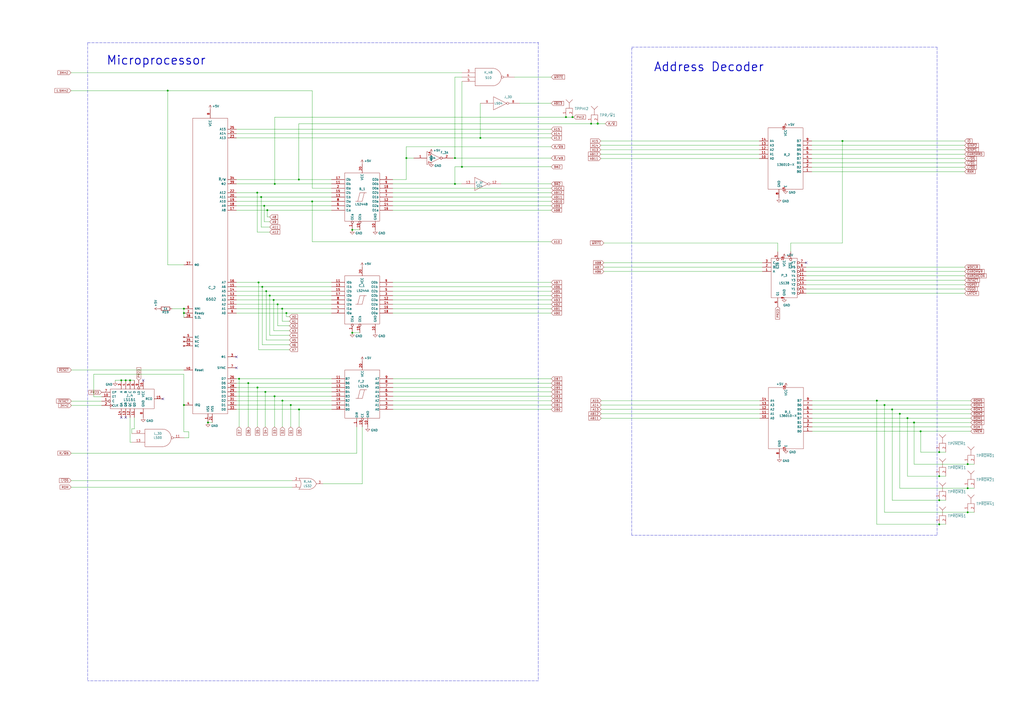
<source format=kicad_sch>
(kicad_sch (version 20211123) (generator eeschema)
  (paper "A2")
  (junction (at 521.97 240.03))
  (junction (at 106.68 181.61))
  (junction (at 346.71 71.628))
  (junction (at 346.71 71.755))
  (junction (at 97.282 52.578))
  (junction (at 488.696 81.788))
  (junction (at 561.34 297.18))
  (junction (at 152.146 166.37))
  (junction (at 70.358 220.599))
  (junction (at 153.289 119.38))
  (junction (at 544.83 262.255))
  (junction (at 159.258 229.87))
  (junction (at 263.906 91.694))
  (junction (at 561.34 269.24))
  (junction (at 263.906 106.68))
  (junction (at 235.712 91.694))
  (junction (at 173.482 237.49))
  (junction (at 534.035 250.19))
  (junction (at 138.684 219.71))
  (junction (at 530.225 245.11))
  (junction (at 149.352 224.79))
  (junction (at 156.464 171.45))
  (junction (at 144.018 222.25))
  (junction (at 154.432 168.91))
  (junction (at 158.75 173.99))
  (junction (at 155.067 121.92))
  (junction (at 508.635 232.41))
  (junction (at 106.68 234.95))
  (junction (at 120.65 245.11))
  (junction (at 151.511 114.3))
  (junction (at 526.415 242.57))
  (junction (at 517.525 237.49))
  (junction (at 204.343 193.04))
  (junction (at 173.355 104.14))
  (junction (at 72.898 220.599))
  (junction (at 106.68 179.07))
  (junction (at 267.97 96.774))
  (junction (at 544.83 290.195))
  (junction (at 332.105 67.945))
  (junction (at 544.83 276.225))
  (junction (at 513.08 234.95))
  (junction (at 166.116 181.61))
  (junction (at 278.638 80.01))
  (junction (at 161.036 176.53))
  (junction (at 342.9 71.755))
  (junction (at 149.987 163.83))
  (junction (at 561.34 283.21))
  (junction (at 75.438 220.599))
  (junction (at 168.656 234.95))
  (junction (at 153.924 227.33))
  (junction (at 181.102 116.84))
  (junction (at 544.83 304.165))
  (junction (at 328.295 67.945))
  (junction (at 204.343 133.35))
  (junction (at 149.225 111.76))
  (junction (at 163.703 179.07))
  (junction (at 159.385 106.68))
  (junction (at 163.83 232.41))
  (no_connect (at 72.898 242.189))
  (no_connect (at 70.358 242.189))
  (no_connect (at 467.614 152.4))
  (no_connect (at 94.488 231.394))
  (no_connect (at 83.058 220.599))
  (no_connect (at 137.16 213.36))
  (no_connect (at 137.16 207.01))
  (wire (pts (xy 138.684 219.71) (xy 138.684 247.65)))
  (wire (pts (xy 137.16 171.45) (xy 156.464 171.45)))
  (wire (pts (xy 106.68 179.07) (xy 106.68 181.61)))
  (wire (pts (xy 41.402 235.204) (xy 58.928 235.204)))
  (wire (pts (xy 167.894 200.025) (xy 152.146 200.025)))
  (wire (pts (xy 530.225 245.11) (xy 530.225 269.24)))
  (wire (pts (xy 158.75 191.77) (xy 158.75 173.99)))
  (wire (pts (xy 161.036 176.53) (xy 192.278 176.53)))
  (wire (pts (xy 488.696 81.788) (xy 559.562 81.788)))
  (wire (pts (xy 77.978 248.793) (xy 76.454 248.793)))
  (wire (pts (xy 227.838 116.84) (xy 319.786 116.84)))
  (wire (pts (xy 154.432 168.91) (xy 192.278 168.91)))
  (wire (pts (xy 66.802 220.599) (xy 66.802 221.234)))
  (wire (pts (xy 137.16 119.38) (xy 153.289 119.38)))
  (wire (pts (xy 181.102 116.84) (xy 192.278 116.84)))
  (wire (pts (xy 470.916 91.948) (xy 559.562 91.948)))
  (wire (pts (xy 544.83 262.255) (xy 534.035 262.255)))
  (wire (pts (xy 521.97 240.03) (xy 521.97 283.21)))
  (wire (pts (xy 41.402 232.664) (xy 58.928 232.664)))
  (wire (pts (xy 440.436 84.328) (xy 348.488 84.328)))
  (wire (pts (xy 137.16 111.76) (xy 149.225 111.76)))
  (wire (pts (xy 181.102 109.22) (xy 181.102 52.578)))
  (wire (pts (xy 227.965 222.25) (xy 319.786 222.25)))
  (wire (pts (xy 155.067 125.857) (xy 155.067 121.92)))
  (wire (pts (xy 137.16 173.99) (xy 158.75 173.99)))
  (wire (pts (xy 544.83 276.225) (xy 526.415 276.225)))
  (wire (pts (xy 470.916 89.408) (xy 559.562 89.408)))
  (wire (pts (xy 149.352 224.79) (xy 192.405 224.79)))
  (wire (pts (xy 440.69 242.57) (xy 348.742 242.57)))
  (wire (pts (xy 137.16 104.14) (xy 173.355 104.14)))
  (wire (pts (xy 167.894 197.231) (xy 154.432 197.231)))
  (wire (pts (xy 263.906 106.68) (xy 267.716 106.68)))
  (wire (pts (xy 227.838 111.76) (xy 319.786 111.76)))
  (wire (pts (xy 440.69 232.41) (xy 348.742 232.41)))
  (wire (pts (xy 41.148 52.578) (xy 97.282 52.578)))
  (wire (pts (xy 235.712 104.14) (xy 235.712 91.694)))
  (wire (pts (xy 159.258 229.87) (xy 192.405 229.87)))
  (wire (pts (xy 442.214 152.4) (xy 350.266 152.4)))
  (wire (pts (xy 187.325 280.67) (xy 210.185 280.67)))
  (wire (pts (xy 137.16 114.3) (xy 151.511 114.3)))
  (wire (pts (xy 235.712 91.694) (xy 240.03 91.694)))
  (wire (pts (xy 54.356 230.124) (xy 54.356 217.17)))
  (polyline (pts (xy 366.395 27.94) (xy 367.03 27.94)))
  (wire (pts (xy 267.97 42.164) (xy 41.148 42.164)))
  (wire (pts (xy 517.525 237.49) (xy 563.118 237.49)))
  (wire (pts (xy 278.638 59.944) (xy 278.638 80.01)))
  (wire (pts (xy 137.16 116.84) (xy 181.102 116.84)))
  (wire (pts (xy 156.464 128.651) (xy 153.289 128.651)))
  (wire (pts (xy 163.83 232.41) (xy 192.405 232.41)))
  (wire (pts (xy 204.343 133.35) (xy 208.788 133.35)))
  (wire (pts (xy 204.343 193.04) (xy 208.788 193.04)))
  (wire (pts (xy 153.924 227.33) (xy 192.405 227.33)))
  (wire (pts (xy 137.16 222.25) (xy 144.018 222.25)))
  (wire (pts (xy 227.965 234.95) (xy 319.786 234.95)))
  (wire (pts (xy 467.614 170.18) (xy 559.562 170.18)))
  (wire (pts (xy 41.275 278.765) (xy 169.545 278.765)))
  (polyline (pts (xy 312.166 24.511) (xy 312.166 394.716)))
  (wire (pts (xy 167.894 183.642) (xy 166.116 183.642)))
  (wire (pts (xy 75.438 220.599) (xy 77.978 220.599)))
  (wire (pts (xy 328.295 67.945) (xy 332.105 67.945)))
  (wire (pts (xy 149.987 202.819) (xy 149.987 163.83)))
  (wire (pts (xy 513.08 234.95) (xy 513.08 297.18)))
  (wire (pts (xy 467.614 160.02) (xy 559.562 160.02)))
  (wire (pts (xy 167.894 188.976) (xy 161.036 188.976)))
  (wire (pts (xy 227.838 163.83) (xy 319.786 163.83)))
  (wire (pts (xy 440.69 237.49) (xy 348.742 237.49)))
  (wire (pts (xy 471.17 245.11) (xy 530.225 245.11)))
  (polyline (pts (xy 50.8 24.765) (xy 312.42 24.765)))
  (wire (pts (xy 227.838 179.07) (xy 319.786 179.07)))
  (wire (pts (xy 156.464 194.564) (xy 156.464 171.45)))
  (wire (pts (xy 137.16 229.87) (xy 159.258 229.87)))
  (wire (pts (xy 267.97 44.704) (xy 263.906 44.704)))
  (wire (pts (xy 267.97 96.774) (xy 319.786 96.774)))
  (wire (pts (xy 159.258 229.87) (xy 159.258 247.65)))
  (polyline (pts (xy 366.395 27.305) (xy 543.56 27.305)))
  (wire (pts (xy 153.289 128.651) (xy 153.289 119.38)))
  (wire (pts (xy 181.102 116.84) (xy 181.102 140.208)))
  (wire (pts (xy 544.83 276.225) (xy 548.64 276.225)))
  (wire (pts (xy 263.906 44.704) (xy 263.906 91.694)))
  (wire (pts (xy 235.712 91.694) (xy 235.712 85.09)))
  (wire (pts (xy 137.16 121.92) (xy 155.067 121.92)))
  (wire (pts (xy 70.358 220.599) (xy 66.802 220.599)))
  (wire (pts (xy 163.703 179.07) (xy 192.278 179.07)))
  (wire (pts (xy 75.438 256.54) (xy 76.454 256.54)))
  (wire (pts (xy 440.436 81.788) (xy 348.488 81.788)))
  (wire (pts (xy 109.474 250.444) (xy 109.474 254)))
  (wire (pts (xy 137.16 166.37) (xy 152.146 166.37)))
  (wire (pts (xy 471.17 247.65) (xy 563.118 247.65)))
  (wire (pts (xy 227.838 166.37) (xy 319.786 166.37)))
  (wire (pts (xy 54.356 217.17) (xy 106.68 217.17)))
  (wire (pts (xy 451.104 146.05) (xy 451.104 140.97)))
  (wire (pts (xy 167.894 191.77) (xy 158.75 191.77)))
  (wire (pts (xy 138.684 219.71) (xy 192.405 219.71)))
  (wire (pts (xy 471.17 250.19) (xy 534.035 250.19)))
  (wire (pts (xy 137.16 234.95) (xy 168.656 234.95)))
  (wire (pts (xy 521.97 240.03) (xy 563.118 240.03)))
  (wire (pts (xy 144.018 222.25) (xy 144.018 247.65)))
  (wire (pts (xy 470.916 99.568) (xy 559.562 99.568)))
  (wire (pts (xy 526.415 242.57) (xy 526.415 276.225)))
  (wire (pts (xy 173.355 104.14) (xy 192.278 104.14)))
  (wire (pts (xy 58.928 230.124) (xy 54.356 230.124)))
  (wire (pts (xy 227.965 227.33) (xy 319.786 227.33)))
  (wire (pts (xy 227.965 232.41) (xy 319.786 232.41)))
  (wire (pts (xy 137.16 181.61) (xy 166.116 181.61)))
  (wire (pts (xy 517.525 237.49) (xy 517.525 290.195)))
  (wire (pts (xy 207.01 247.65) (xy 207.01 262.89)))
  (wire (pts (xy 350.266 140.97) (xy 451.104 140.97)))
  (wire (pts (xy 149.225 111.76) (xy 192.278 111.76)))
  (wire (pts (xy 76.454 248.793) (xy 76.454 251.46)))
  (wire (pts (xy 227.838 171.45) (xy 319.786 171.45)))
  (wire (pts (xy 544.83 304.165) (xy 508.635 304.165)))
  (wire (pts (xy 137.16 176.53) (xy 161.036 176.53)))
  (wire (pts (xy 167.894 202.819) (xy 149.987 202.819)))
  (wire (pts (xy 227.838 109.22) (xy 319.786 109.22)))
  (wire (pts (xy 153.924 227.33) (xy 153.924 247.65)))
  (polyline (pts (xy 543.56 310.515) (xy 366.395 310.515)))
  (wire (pts (xy 458.724 140.97) (xy 488.696 140.97)))
  (wire (pts (xy 342.9 71.755) (xy 346.71 71.755)))
  (wire (pts (xy 530.225 245.11) (xy 563.118 245.11)))
  (wire (pts (xy 155.067 121.92) (xy 192.278 121.92)))
  (wire (pts (xy 137.16 106.68) (xy 159.385 106.68)))
  (wire (pts (xy 263.906 96.774) (xy 267.97 96.774)))
  (wire (pts (xy 106.68 153.67) (xy 97.282 153.67)))
  (wire (pts (xy 137.16 168.91) (xy 154.432 168.91)))
  (wire (pts (xy 152.146 166.37) (xy 192.278 166.37)))
  (wire (pts (xy 166.116 183.642) (xy 166.116 181.61)))
  (wire (pts (xy 471.17 237.49) (xy 517.525 237.49)))
  (wire (pts (xy 154.432 197.231) (xy 154.432 168.91)))
  (wire (pts (xy 440.69 240.03) (xy 348.742 240.03)))
  (wire (pts (xy 41.275 262.89) (xy 207.01 262.89)))
  (wire (pts (xy 163.83 232.41) (xy 163.83 247.65)))
  (wire (pts (xy 227.838 119.38) (xy 319.786 119.38)))
  (wire (pts (xy 467.614 167.64) (xy 559.562 167.64)))
  (wire (pts (xy 77.978 242.189) (xy 77.978 248.793)))
  (wire (pts (xy 210.185 247.65) (xy 210.185 280.67)))
  (wire (pts (xy 470.916 86.868) (xy 559.562 86.868)))
  (wire (pts (xy 290.576 106.68) (xy 319.786 106.68)))
  (wire (pts (xy 227.965 237.49) (xy 319.786 237.49)))
  (wire (pts (xy 227.965 224.79) (xy 319.786 224.79)))
  (wire (pts (xy 298.45 44.704) (xy 319.786 44.704)))
  (wire (pts (xy 173.482 237.49) (xy 173.482 247.65)))
  (wire (pts (xy 106.68 217.17) (xy 106.68 234.95)))
  (polyline (pts (xy 543.56 27.305) (xy 543.56 310.515)))
  (wire (pts (xy 263.906 106.68) (xy 263.906 96.774)))
  (wire (pts (xy 137.16 163.83) (xy 149.987 163.83)))
  (wire (pts (xy 156.464 134.62) (xy 149.225 134.62)))
  (wire (pts (xy 561.34 269.24) (xy 530.225 269.24)))
  (wire (pts (xy 470.916 97.028) (xy 559.562 97.028)))
  (wire (pts (xy 301.498 59.944) (xy 319.786 59.944)))
  (wire (pts (xy 159.385 67.945) (xy 328.295 67.945)))
  (wire (pts (xy 181.102 140.208) (xy 319.786 140.208)))
  (wire (pts (xy 137.16 219.71) (xy 138.684 219.71)))
  (wire (pts (xy 227.838 168.91) (xy 319.786 168.91)))
  (wire (pts (xy 346.71 71.755) (xy 346.71 71.628)))
  (polyline (pts (xy 50.8 24.765) (xy 50.8 394.97)))
  (wire (pts (xy 72.898 220.599) (xy 75.438 220.599)))
  (wire (pts (xy 227.838 106.68) (xy 263.906 106.68)))
  (wire (pts (xy 227.838 176.53) (xy 319.786 176.53)))
  (wire (pts (xy 508.635 304.165) (xy 508.635 232.41)))
  (wire (pts (xy 106.68 181.61) (xy 106.68 184.15)))
  (wire (pts (xy 159.385 106.68) (xy 159.385 67.945)))
  (wire (pts (xy 526.415 242.57) (xy 563.118 242.57)))
  (wire (pts (xy 137.16 80.01) (xy 278.638 80.01)))
  (wire (pts (xy 137.16 179.07) (xy 163.703 179.07)))
  (wire (pts (xy 561.34 269.24) (xy 565.15 269.24)))
  (wire (pts (xy 508.635 232.41) (xy 563.118 232.41)))
  (wire (pts (xy 561.34 297.18) (xy 565.15 297.18)))
  (wire (pts (xy 149.225 134.62) (xy 149.225 111.76)))
  (wire (pts (xy 534.035 262.255) (xy 534.035 250.19)))
  (wire (pts (xy 152.146 200.025) (xy 152.146 166.37)))
  (wire (pts (xy 106.68 234.95) (xy 106.68 250.444)))
  (wire (pts (xy 440.436 86.868) (xy 348.488 86.868)))
  (wire (pts (xy 227.838 173.99) (xy 319.786 173.99)))
  (wire (pts (xy 163.703 186.309) (xy 163.703 179.07)))
  (wire (pts (xy 470.916 81.788) (xy 488.696 81.788)))
  (wire (pts (xy 440.436 91.948) (xy 348.488 91.948)))
  (wire (pts (xy 168.656 234.95) (xy 192.405 234.95)))
  (wire (pts (xy 440.69 234.95) (xy 348.742 234.95)))
  (wire (pts (xy 544.83 290.195) (xy 517.525 290.195)))
  (wire (pts (xy 351.155 71.755) (xy 346.71 71.755)))
  (wire (pts (xy 149.987 163.83) (xy 192.278 163.83)))
  (wire (pts (xy 173.355 71.755) (xy 173.355 104.14)))
  (wire (pts (xy 262.89 91.694) (xy 263.906 91.694)))
  (wire (pts (xy 235.712 85.09) (xy 319.786 85.09)))
  (wire (pts (xy 513.08 234.95) (xy 563.118 234.95)))
  (wire (pts (xy 544.83 304.165) (xy 548.64 304.165)))
  (wire (pts (xy 156.464 171.45) (xy 192.278 171.45)))
  (wire (pts (xy 161.036 188.976) (xy 161.036 176.53)))
  (wire (pts (xy 106.68 250.444) (xy 109.474 250.444)))
  (wire (pts (xy 173.482 237.49) (xy 192.405 237.49)))
  (wire (pts (xy 342.9 71.755) (xy 173.355 71.755)))
  (wire (pts (xy 227.838 114.3) (xy 319.786 114.3)))
  (wire (pts (xy 471.17 242.57) (xy 526.415 242.57)))
  (wire (pts (xy 467.614 165.1) (xy 559.562 165.1)))
  (wire (pts (xy 97.282 52.578) (xy 97.282 153.67)))
  (wire (pts (xy 144.018 222.25) (xy 192.405 222.25)))
  (wire (pts (xy 167.894 186.309) (xy 163.703 186.309)))
  (wire (pts (xy 97.282 52.578) (xy 181.102 52.578)))
  (wire (pts (xy 467.614 162.56) (xy 559.562 162.56)))
  (wire (pts (xy 470.916 84.328) (xy 559.562 84.328)))
  (wire (pts (xy 158.75 173.99) (xy 192.278 173.99)))
  (wire (pts (xy 106.68 214.63) (xy 41.402 214.63)))
  (wire (pts (xy 561.34 283.21) (xy 521.97 283.21)))
  (wire (pts (xy 227.838 181.61) (xy 319.786 181.61)))
  (wire (pts (xy 227.965 219.71) (xy 319.786 219.71)))
  (wire (pts (xy 227.965 229.87) (xy 319.786 229.87)))
  (wire (pts (xy 151.511 131.699) (xy 151.511 114.3)))
  (wire (pts (xy 159.385 106.68) (xy 192.278 106.68)))
  (wire (pts (xy 156.464 125.857) (xy 155.067 125.857)))
  (wire (pts (xy 167.894 194.564) (xy 156.464 194.564)))
  (wire (pts (xy 561.34 283.21) (xy 565.15 283.21)))
  (wire (pts (xy 467.614 157.48) (xy 559.562 157.48)))
  (wire (pts (xy 227.838 104.14) (xy 235.712 104.14)))
  (wire (pts (xy 153.289 119.38) (xy 192.278 119.38)))
  (wire (pts (xy 168.656 234.95) (xy 168.656 247.65)))
  (wire (pts (xy 70.358 220.599) (xy 72.898 220.599)))
  (wire (pts (xy 471.17 234.95) (xy 513.08 234.95)))
  (wire (pts (xy 227.838 121.92) (xy 319.786 121.92)))
  (wire (pts (xy 471.17 240.03) (xy 521.97 240.03)))
  (wire (pts (xy 106.68 179.07) (xy 99.822 179.07)))
  (wire (pts (xy 263.906 91.694) (xy 319.786 91.694)))
  (wire (pts (xy 137.16 77.47) (xy 319.786 77.47)))
  (wire (pts (xy 544.83 290.195) (xy 548.64 290.195)))
  (wire (pts (xy 137.16 227.33) (xy 153.924 227.33)))
  (wire (pts (xy 137.16 224.79) (xy 149.352 224.79)))
  (wire (pts (xy 151.511 114.3) (xy 192.278 114.3)))
  (wire (pts (xy 332.105 67.945) (xy 332.867 67.945)))
  (wire (pts (xy 149.352 224.79) (xy 149.352 247.65)))
  (wire (pts (xy 442.214 157.48) (xy 350.266 157.48)))
  (polyline (pts (xy 312.42 394.97) (xy 50.8 394.97)))
  (wire (pts (xy 137.16 232.41) (xy 163.83 232.41)))
  (wire (pts (xy 278.638 80.01) (xy 319.786 80.01)))
  (wire (pts (xy 75.438 242.189) (xy 75.438 256.54)))
  (wire (pts (xy 467.614 154.94) (xy 559.562 154.94)))
  (wire (pts (xy 109.474 254) (xy 106.934 254)))
  (wire (pts (xy 544.83 262.255) (xy 548.64 262.255)))
  (wire (pts (xy 534.035 250.19) (xy 563.118 250.19)))
  (polyline (pts (xy 366.395 310.515) (xy 366.395 27.94)))
  (wire (pts (xy 156.464 131.699) (xy 151.511 131.699)))
  (wire (pts (xy 470.916 94.488) (xy 559.562 94.488)))
  (wire (pts (xy 471.17 232.41) (xy 508.635 232.41)))
  (wire (pts (xy 267.97 47.244) (xy 267.97 96.774)))
  (wire (pts (xy 442.214 154.94) (xy 350.266 154.94)))
  (wire (pts (xy 458.724 146.05) (xy 458.724 140.97)))
  (wire (pts (xy 137.16 237.49) (xy 173.482 237.49)))
  (wire (pts (xy 192.278 109.22) (xy 181.102 109.22)))
  (wire (pts (xy 488.696 140.97) (xy 488.696 81.788)))
  (wire (pts (xy 137.16 74.93) (xy 319.786 74.93)))
  (wire (pts (xy 440.436 89.408) (xy 348.488 89.408)))
  (wire (pts (xy 120.65 245.11) (xy 123.19 245.11)))
  (wire (pts (xy 561.34 297.18) (xy 513.08 297.18)))
  (wire (pts (xy 166.116 181.61) (xy 192.278 181.61)))
  (wire (pts (xy 41.275 282.575) (xy 169.545 282.575)))
  (text "Microprocessor" (at 61.595 38.1 0) (effects (font (size 5.08 5.08) (thickness 0.508) bold) (justify left bottom)))
  (text "Address Decoder" (at 379.095 41.91 0) (effects (font (size 5.08 5.08) (thickness 0.508) bold) (justify left bottom)))
  (global_label "A5" (shape input) (at 167.894 197.231 0) (property "Intersheet References" "${INTERSHEET_REFS}" (effects hide)))
  (global_label "D4" (shape input) (at 153.924 247.65 270) (property "Intersheet References" "${INTERSHEET_REFS}" (effects hide)))
  (global_label "AB3" (shape input) (at 319.786 173.99 0) (property "Intersheet References" "${INTERSHEET_REFS}" (effects hide)))
  (global_label "A14" (shape input) (at 319.786 77.47 0) (property "Intersheet References" "${INTERSHEET_REFS}" (effects hide)))
  (global_label "3KHZ" (shape input) (at 41.402 235.204 180) (property "Intersheet References" "${INTERSHEET_REFS}" (effects hide)))
  (global_label "A12" (shape input) (at 156.464 134.62 0) (property "Intersheet References" "${INTERSHEET_REFS}" (effects hide)))
  (global_label "D6" (shape input) (at 144.018 247.65 270) (property "Intersheet References" "${INTERSHEET_REFS}" (effects hide)))
  (global_label "~{ROM4}" (shape input) (at 563.118 234.95 0) (property "Intersheet References" "${INTERSHEET_REFS}" (effects hide)))
  (global_label "AB5" (shape input) (at 319.786 168.91 0) (property "Intersheet References" "${INTERSHEET_REFS}" (effects hide)))
  (global_label "A4" (shape input) (at 167.894 194.564 0) (property "Intersheet References" "${INTERSHEET_REFS}" (effects hide)))
  (global_label "~{LATCH}" (shape input) (at 559.562 170.18 0) (property "Intersheet References" "${INTERSHEET_REFS}" (effects hide)))
  (global_label "~{AB13}" (shape input) (at 319.786 59.944 0) (property "Intersheet References" "${INTERSHEET_REFS}" (effects hide)))
  (global_label "A13" (shape input) (at 348.488 86.868 180) (property "Intersheet References" "${INTERSHEET_REFS}" (effects hide)))
  (global_label "AB2" (shape input) (at 319.786 176.53 0) (property "Intersheet References" "${INTERSHEET_REFS}" (effects hide)))
  (global_label "AB7" (shape input) (at 319.786 163.83 0) (property "Intersheet References" "${INTERSHEET_REFS}" (effects hide)))
  (global_label "D0" (shape input) (at 173.482 247.65 270) (property "Intersheet References" "${INTERSHEET_REFS}" (effects hide)))
  (global_label "D7" (shape input) (at 138.684 247.65 270) (property "Intersheet References" "${INTERSHEET_REFS}" (effects hide)))
  (global_label "~{ROM1}" (shape input) (at 563.118 242.57 0) (property "Intersheet References" "${INTERSHEET_REFS}" (effects hide)))
  (global_label "~{INTACT}" (shape input) (at 41.402 232.664 180) (property "Intersheet References" "${INTERSHEET_REFS}" (effects hide)))
  (global_label "D2" (shape input) (at 163.83 247.65 270) (property "Intersheet References" "${INTERSHEET_REFS}" (effects hide)))
  (global_label "~{INTACT}" (shape input) (at 559.562 162.56 0) (property "Intersheet References" "${INTERSHEET_REFS}" (effects hide)))
  (global_label "DB5" (shape input) (at 319.786 224.79 0) (property "Intersheet References" "${INTERSHEET_REFS}" (effects hide)))
  (global_label "3MHZ" (shape input) (at 41.148 42.164 180) (property "Intersheet References" "${INTERSHEET_REFS}" (effects hide)))
  (global_label "A15" (shape input) (at 319.786 74.93 0) (property "Intersheet References" "${INTERSHEET_REFS}" (effects hide)))
  (global_label "AB4" (shape input) (at 319.786 171.45 0) (property "Intersheet References" "${INTERSHEET_REFS}" (effects hide)))
  (global_label "AB8" (shape input) (at 350.266 152.4 180) (property "Intersheet References" "${INTERSHEET_REFS}" (effects hide)))
  (global_label "A14" (shape input) (at 348.742 234.95 180) (property "Intersheet References" "${INTERSHEET_REFS}" (effects hide)))
  (global_label "AB0" (shape input) (at 319.786 181.61 0) (property "Intersheet References" "${INTERSHEET_REFS}" (effects hide)))
  (global_label "A13" (shape input) (at 348.742 237.49 180) (property "Intersheet References" "${INTERSHEET_REFS}" (effects hide)))
  (global_label "AB11" (shape input) (at 348.742 242.57 180) (property "Intersheet References" "${INTERSHEET_REFS}" (effects hide)))
  (global_label "AB9" (shape input) (at 319.786 119.38 0) (property "Intersheet References" "${INTERSHEET_REFS}" (effects hide)))
  (global_label "A14" (shape input) (at 348.488 84.328 180) (property "Intersheet References" "${INTERSHEET_REFS}" (effects hide)))
  (global_label "A15" (shape input) (at 348.742 232.41 180) (property "Intersheet References" "${INTERSHEET_REFS}" (effects hide)))
  (global_label "PR23" (shape input) (at 80.518 220.599 90) (property "Intersheet References" "${INTERSHEET_REFS}" (effects hide)))
  (global_label "~{SINP1}" (shape input) (at 559.562 86.868 0) (property "Intersheet References" "${INTERSHEET_REFS}" (effects hide)))
  (global_label "AB6" (shape input) (at 350.266 157.48 180) (property "Intersheet References" "${INTERSHEET_REFS}" (effects hide)))
  (global_label "DB2" (shape input) (at 319.786 232.41 0) (property "Intersheet References" "${INTERSHEET_REFS}" (effects hide)))
  (global_label "VGCK" (shape input) (at 319.786 109.22 0) (property "Intersheet References" "${INTERSHEET_REFS}" (effects hide)))
  (global_label "A13" (shape input) (at 319.786 80.01 0) (property "Intersheet References" "${INTERSHEET_REFS}" (effects hide)))
  (global_label "R{slash}~{W}B" (shape input) (at 41.275 262.89 180) (property "Intersheet References" "${INTERSHEET_REFS}" (effects hide)))
  (global_label "~{I{slash}OS}" (shape input) (at 41.275 278.765 180) (property "Intersheet References" "${INTERSHEET_REFS}" (effects hide)))
  (global_label "D1" (shape input) (at 168.656 247.65 270) (property "Intersheet References" "${INTERSHEET_REFS}" (effects hide)))
  (global_label "A2" (shape input) (at 167.894 188.976 0) (property "Intersheet References" "${INTERSHEET_REFS}" (effects hide)))
  (global_label "A0" (shape input) (at 167.894 183.642 0) (property "Intersheet References" "${INTERSHEET_REFS}" (effects hide)))
  (global_label "A1" (shape input) (at 167.894 186.309 0) (property "Intersheet References" "${INTERSHEET_REFS}" (effects hide)))
  (global_label "~{VMEM}" (shape input) (at 563.118 250.19 0) (property "Intersheet References" "${INTERSHEET_REFS}" (effects hide)))
  (global_label "~{WRITE}" (shape input) (at 350.266 140.97 180) (property "Intersheet References" "${INTERSHEET_REFS}" (effects hide)))
  (global_label "~{ROM3}" (shape input) (at 563.118 237.49 0) (property "Intersheet References" "${INTERSHEET_REFS}" (effects hide)))
  (global_label "AB1" (shape input) (at 319.786 179.07 0) (property "Intersheet References" "${INTERSHEET_REFS}" (effects hide)))
  (global_label "~{RAM}" (shape input) (at 559.562 99.568 0) (property "Intersheet References" "${INTERSHEET_REFS}" (effects hide)))
  (global_label "R{slash}~{W}" (shape input) (at 351.155 71.755 0) (property "Intersheet References" "${INTERSHEET_REFS}" (effects hide)))
  (global_label "ROM" (shape input) (at 563.118 247.65 0) (property "Intersheet References" "${INTERSHEET_REFS}" (effects hide)))
  (global_label "R{slash}~{W}B" (shape input) (at 319.786 85.09 0) (property "Intersheet References" "${INTERSHEET_REFS}" (effects hide)))
  (global_label "~{WDCLR}" (shape input) (at 559.562 154.94 0) (property "Intersheet References" "${INTERSHEET_REFS}" (effects hide)))
  (global_label "~{I{slash}O1}" (shape input) (at 559.562 94.488 0) (property "Intersheet References" "${INTERSHEET_REFS}" (effects hide)))
  (global_label "AB7" (shape input) (at 350.266 154.94 180) (property "Intersheet References" "${INTERSHEET_REFS}" (effects hide)))
  (global_label "PR23" (shape input) (at 451.104 177.8 270) (property "Intersheet References" "${INTERSHEET_REFS}" (effects hide)))
  (global_label "DB6" (shape input) (at 319.786 222.25 0) (property "Intersheet References" "${INTERSHEET_REFS}" (effects hide)))
  (global_label "~{RESET}" (shape input) (at 41.402 214.63 180) (property "Intersheet References" "${INTERSHEET_REFS}" (effects hide)))
  (global_label "AB12" (shape input) (at 319.786 111.76 0) (property "Intersheet References" "${INTERSHEET_REFS}" (effects hide)))
  (global_label "~{VGRST}" (shape input) (at 559.562 165.1 0) (property "Intersheet References" "${INTERSHEET_REFS}" (effects hide)))
  (global_label "A3" (shape input) (at 167.894 191.77 0) (property "Intersheet References" "${INTERSHEET_REFS}" (effects hide)))
  (global_label "DB4" (shape input) (at 319.786 227.33 0) (property "Intersheet References" "${INTERSHEET_REFS}" (effects hide)))
  (global_label "A9" (shape input) (at 156.464 128.651 0) (property "Intersheet References" "${INTERSHEET_REFS}" (effects hide)))
  (global_label "D3" (shape input) (at 159.258 247.65 270) (property "Intersheet References" "${INTERSHEET_REFS}" (effects hide)))
  (global_label "DB0" (shape input) (at 319.786 237.49 0) (property "Intersheet References" "${INTERSHEET_REFS}" (effects hide)))
  (global_label "AB10" (shape input) (at 319.786 116.84 0) (property "Intersheet References" "${INTERSHEET_REFS}" (effects hide)))
  (global_label "DB7" (shape input) (at 319.786 219.71 0) (property "Intersheet References" "${INTERSHEET_REFS}" (effects hide)))
  (global_label "~{SINP2}" (shape input) (at 559.562 84.328 0) (property "Intersheet References" "${INTERSHEET_REFS}" (effects hide)))
  (global_label "AB6" (shape input) (at 319.786 166.37 0) (property "Intersheet References" "${INTERSHEET_REFS}" (effects hide)))
  (global_label "~{I{slash}OS}" (shape input) (at 559.562 91.948 0) (property "Intersheet References" "${INTERSHEET_REFS}" (effects hide)))
  (global_label "~{EAROMRD}" (shape input) (at 559.562 89.408 0) (property "Intersheet References" "${INTERSHEET_REFS}" (effects hide)))
  (global_label "AB11" (shape input) (at 319.786 114.3 0) (property "Intersheet References" "${INTERSHEET_REFS}" (effects hide)))
  (global_label "~{WRITE}" (shape input) (at 319.786 44.704 0) (property "Intersheet References" "${INTERSHEET_REFS}" (effects hide)))
  (global_label "~{I{slash}O0}" (shape input) (at 559.562 97.028 0) (property "Intersheet References" "${INTERSHEET_REFS}" (effects hide)))
  (global_label "AB11" (shape input) (at 348.488 91.948 180) (property "Intersheet References" "${INTERSHEET_REFS}" (effects hide)))
  (global_label "BΦ2" (shape input) (at 319.786 96.774 0) (property "Intersheet References" "${INTERSHEET_REFS}" (effects hide)))
  (global_label "~{BΦ2}" (shape input) (at 319.786 106.68 0) (property "Intersheet References" "${INTERSHEET_REFS}" (effects hide)))
  (global_label "~{ROM5}" (shape input) (at 563.118 232.41 0) (property "Intersheet References" "${INTERSHEET_REFS}" (effects hide)))
  (global_label "A8" (shape input) (at 156.464 125.857 0) (property "Intersheet References" "${INTERSHEET_REFS}" (effects hide)))
  (global_label "~{IO}" (shape input) (at 559.562 81.788 0) (property "Intersheet References" "${INTERSHEET_REFS}" (effects hide)))
  (global_label "~{ROM2}" (shape input) (at 563.118 240.03 0) (property "Intersheet References" "${INTERSHEET_REFS}" (effects hide)))
  (global_label "A6" (shape input) (at 167.894 200.025 0) (property "Intersheet References" "${INTERSHEET_REFS}" (effects hide)))
  (global_label "~{VGGO}" (shape input) (at 559.562 167.64 0) (property "Intersheet References" "${INTERSHEET_REFS}" (effects hide)))
  (global_label "AB12" (shape input) (at 348.742 240.03 180) (property "Intersheet References" "${INTERSHEET_REFS}" (effects hide)))
  (global_label "AB12" (shape input) (at 348.488 89.408 180) (property "Intersheet References" "${INTERSHEET_REFS}" (effects hide)))
  (global_label "A10" (shape input) (at 319.786 140.208 0) (property "Intersheet References" "${INTERSHEET_REFS}" (effects hide)))
  (global_label "A7" (shape input) (at 167.894 202.819 0) (property "Intersheet References" "${INTERSHEET_REFS}" (effects hide)))
  (global_label "A11" (shape input) (at 156.464 131.699 0) (property "Intersheet References" "${INTERSHEET_REFS}" (effects hide)))
  (global_label "PHI2" (shape input) (at 332.867 67.945 0) (property "Intersheet References" "${INTERSHEET_REFS}" (effects hide)))
  (global_label "~{EAROMCON}" (shape input) (at 559.562 160.02 0) (property "Intersheet References" "${INTERSHEET_REFS}" (effects hide)))
  (global_label "~{EAROMWR}" (shape input) (at 559.562 157.48 0) (property "Intersheet References" "${INTERSHEET_REFS}" (effects hide)))
  (global_label "1.5MHZ" (shape input) (at 41.148 52.578 180) (property "Intersheet References" "${INTERSHEET_REFS}" (effects hide)))
  (global_label "D5" (shape input) (at 149.352 247.65 270) (property "Intersheet References" "${INTERSHEET_REFS}" (effects hide)))
  (global_label "A15" (shape input) (at 348.488 81.788 180) (property "Intersheet References" "${INTERSHEET_REFS}" (effects hide)))
  (global_label "~{ROM0}" (shape input) (at 563.118 245.11 0) (property "Intersheet References" "${INTERSHEET_REFS}" (effects hide)))
  (global_label "DB1" (shape input) (at 319.786 234.95 0) (property "Intersheet References" "${INTERSHEET_REFS}" (effects hide)))
  (global_label "AB8" (shape input) (at 319.786 121.92 0) (property "Intersheet References" "${INTERSHEET_REFS}" (effects hide)))
  (global_label "~{R}{slash}WB" (shape input) (at 319.786 91.694 0) (property "Intersheet References" "${INTERSHEET_REFS}" (effects hide)))
  (global_label "ROM" (shape input) (at 41.275 282.575 180) (property "Intersheet References" "${INTERSHEET_REFS}" (effects hide)))
  (global_label "PR23" (shape input) (at 58.928 227.584 180) (property "Intersheet References" "${INTERSHEET_REFS}" (effects hide)))
  (global_label "DB3" (shape input) (at 319.786 229.87 0) (property "Intersheet References" "${INTERSHEET_REFS}" (effects hide)))
  (symbol (lib_id "quantum_arcade_pcb:LS138") (at 454.914 161.29 0) (unit 1)
    (property "Reference" "P_3" (at 453.136 159.766 0) (effects (justify left)))
    (property "Value" "LS138" (at 451.866 164.211 0) (effects (justify left)))
  )
  (symbol (lib_id "power:+5V") (at 210.058 95.25 0) (unit 1)
    (property "Reference" "#PWR0275" (effects hide))
    (property "Value" "+5V" (at 213.233 93.345 0))
  )
  (symbol (lib_id "atari_grav_bw:136010-X") (at 455.93 242.57 0) (unit 1)
    (property "Reference" "R_1" (at 455.168 239.014 0) (effects (justify left)))
    (property "Value" "136010-X" (at 451.993 241.173 0) (effects (justify left)))
  )
  (symbol (lib_id "power:GND") (at 204.343 193.04 0) (unit 1)
    (property "Reference" "#PWR0269" (effects hide))
    (property "Value" "GND" (at 208.153 194.945 0))
  )
  (symbol (lib_id "power:GND") (at 452.12 265.43 0) (unit 1)
    (property "Reference" "#PWR0286" (effects hide))
    (property "Value" "GND" (at 455.93 267.335 0))
  )
  (symbol (lib_id "power:GND") (at 451.866 114.808 0) (unit 1)
    (property "Reference" "#PWR0287" (effects hide))
    (property "Value" "GND" (at 455.676 116.713 0))
  )
  (symbol (lib_id "atari_grav_bw:TP") (at 344.805 66.675 0) (unit 1)
    (property "Reference" "TPR/~{W}1" (at 347.8276 66.8782 0) (effects (font (size 1.524 1.524)) (justify left)))
    (property "Value" "TP" (effects hide))
  )
  (symbol (lib_id "power:GND") (at 455.676 109.728 0) (unit 1)
    (property "Reference" "#PWR0446" (effects hide))
    (property "Value" "GND" (at 459.486 111.633 0))
  )
  (symbol (lib_id "atari_grav_bw:LS04") (at 251.46 91.694 0) (unit 1)
    (property "Reference" "F_3" (at 257.81 88.519 0))
    (property "Value" "S04" (at 250.825 91.694 0))
    (property "Footprint" "Star_Wars_Vector_PCB:DIP14" (effects hide))
  )
  (symbol (lib_id "atari_grav_bw:TP") (at 563.245 292.1 0) (unit 1)
    (property "Reference" "TP~{ROM4}1" (at 566.2676 292.3032 0) (effects (font (size 1.524 1.524)) (justify left)))
    (property "Value" "TP" (effects hide))
  )
  (symbol (lib_id "atari_grav_bw:LS245") (at 210.185 228.6 0) (unit 1)
    (property "Reference" "F_2" (at 207.772 221.2529 0) (effects (justify left)))
    (property "Value" "LS245" (at 207.772 224.028 0) (effects (justify left)))
    (property "Footprint" "Star_Wars_Vector_PCB:DIP20" (effects hide))
  )
  (symbol (lib_id "power:GND") (at 204.343 133.35 0) (unit 1)
    (property "Reference" "#PWR0277" (effects hide))
    (property "Value" "GND" (at 208.153 135.255 0))
  )
  (symbol (lib_id "power:+5V") (at 454.914 149.86 0) (unit 1)
    (property "Reference" "#PWR0288" (effects hide))
    (property "Value" "+5V" (at 458.089 147.955 0))
  )
  (symbol (lib_id "power:GND") (at 83.058 242.189 0) (unit 1)
    (property "Reference" "#PWR0271" (effects hide))
    (property "Value" "GND" (at 86.868 244.094 0))
  )
  (symbol (lib_id "power:GND") (at 455.93 260.35 0) (unit 1)
    (property "Reference" "#PWR0284" (effects hide))
    (property "Value" "GND" (at 459.74 262.255 0))
  )
  (symbol (lib_id "atari_grav_bw:TP") (at 546.735 271.145 0) (unit 1)
    (property "Reference" "TP~{ROM1}1" (at 549.7576 271.3482 0) (effects (font (size 1.524 1.524)) (justify left)))
    (property "Value" "TP" (effects hide))
  )
  (symbol (lib_id "atari_grav_bw:TP") (at 546.735 257.175 0) (unit 1)
    (property "Reference" "TP~{VMEM}1" (at 549.7576 257.3782 0) (effects (font (size 1.524 1.524)) (justify left)))
    (property "Value" "TP" (effects hide))
  )
  (symbol (lib_id "atari_grav_bw:LS10") (at 283.21 44.704 0) (unit 2)
    (property "Reference" "K_4" (at 283.337 42.037 0))
    (property "Value" "S10" (at 283.337 45.085 0))
    (property "Footprint" "Star_Wars_Vector_PCB:DIP14" (effects hide))
  )
  (symbol (lib_id "atari_grav_bw:136010-X") (at 455.676 91.948 0) (unit 1)
    (property "Reference" "R_2" (at 454.66 89.789 0) (effects (justify left)))
    (property "Value" "136010-X" (at 450.596 95.504 0) (effects (justify left)))
  )
  (symbol (lib_id "power:+5V") (at 455.676 74.168 0) (unit 1)
    (property "Reference" "#PWR0289" (effects hide))
    (property "Value" "+5V" (at 458.851 72.263 0))
  )
  (symbol (lib_id "atari_grav_bw:LS244B") (at 210.058 114.3 0) (unit 1)
    (property "Reference" "B_1" (at 208.28 109.601 0) (effects (justify left)))
    (property "Value" "LS244B" (at 205.994 118.491 0) (effects (justify left)))
    (property "Footprint" "Star_Wars_Vector_PCB:DIP20" (effects hide))
  )
  (symbol (lib_id "atari_grav_bw:LS04") (at 279.146 106.68 0) (unit 6)
    (property "Reference" "F_3" (at 278.13 106.045 0))
    (property "Value" "S04" (at 278.13 107.95 0))
    (property "Footprint" "Star_Wars_Vector_PCB:DIP14" (effects hide))
  )
  (symbol (lib_id "atari_grav_bw:6502") (at 121.92 168.91 0) (unit 1)
    (property "Reference" "C_2" (at 120.777 166.878 0) (effects (font (size 1.524 1.524)) (justify left)))
    (property "Value" "6502" (at 119.38 173.609 0) (effects (font (size 1.524 1.524)) (justify left)))
    (property "Footprint" "Star_Wars_Vector_PCB:DDIP40" (effects hide))
  )
  (symbol (lib_id "power:+5V") (at 250.19 89.154 0) (unit 1)
    (property "Reference" "#PWR0290" (effects hide))
    (property "Value" "+5V" (at 253.365 87.249 0))
  )
  (symbol (lib_id "power:+5V") (at 210.058 154.94 0) (unit 1)
    (property "Reference" "#PWR0267" (effects hide))
    (property "Value" "+5V" (at 213.233 153.035 0))
  )
  (symbol (lib_id "power:+5V") (at 210.185 209.55 0) (unit 1)
    (property "Reference" "#PWR0262" (effects hide))
    (property "Value" "+5V" (at 213.36 207.645 0))
  )
  (symbol (lib_id "atari_grav_bw:TP") (at 330.2 62.865 0) (unit 1)
    (property "Reference" "TPPHI2" (at 333.2226 63.0682 0) (effects (font (size 1.524 1.524)) (justify left)))
    (property "Value" "TP" (effects hide))
  )
  (symbol (lib_id "Asteroids:LS00") (at 91.694 254 0) (unit 4)
    (property "Reference" "L_3" (at 91.567 251.46 0))
    (property "Value" "LS00" (at 91.567 253.873 0))
    (property "Footprint" "Star_Wars_Vector_PCB:DIP14" (effects hide))
  )
  (symbol (lib_id "atari_grav_bw:LS32") (at 178.435 280.67 0) (mirror x) (unit 1)
    (property "Reference" "R_4" (at 178.435 279.4 0))
    (property "Value" "LS32" (at 178.435 281.94 0))
  )
  (symbol (lib_id "power:GND") (at 217.678 193.04 0) (unit 1)
    (property "Reference" "#PWR0268" (effects hide))
    (property "Value" "GND" (at 221.488 194.945 0))
  )
  (symbol (lib_id "power:GND") (at 250.19 94.234 0) (unit 1)
    (property "Reference" "#PWR0282" (effects hide))
    (property "Value" "GND" (at 254 96.139 0))
  )
  (symbol (lib_id "power:+5V") (at 455.93 224.79 0) (unit 1)
    (property "Reference" "#PWR0285" (effects hide))
    (property "Value" "+5V" (at 452.374 222.758 0))
  )
  (symbol (lib_id "Asteroids:LS04") (at 290.068 59.944 0) (unit 4)
    (property "Reference" "J_3" (at 294.767 56.261 0))
    (property "Value" "LS04" (at 289.179 59.944 0))
    (property "Footprint" "Star_Wars_Vector_PCB:DIP14" (effects hide))
  )
  (symbol (lib_id "Asteroids:LS161") (at 75.438 231.394 0) (unit 1)
    (property "Reference" "J_4" (at 75.184 229.362 0) (effects (font (size 1.524 1.524))))
    (property "Value" "LS161" (at 75.184 231.902 0) (effects (font (size 1.524 1.524))))
    (property "Footprint" "Star_Wars_Vector_PCB:DIP14" (effects hide))
  )
  (symbol (lib_id "power:GND") (at 454.914 172.72 0) (unit 1)
    (property "Reference" "#PWR0283" (effects hide))
    (property "Value" "GND" (at 456.311 177.038 0))
  )
  (symbol (lib_id "power:GND") (at 217.678 133.35 0) (unit 1)
    (property "Reference" "#PWR0276" (effects hide))
    (property "Value" "GND" (at 221.488 135.255 0))
  )
  (symbol (lib_id "power:GND") (at 120.65 245.11 0) (unit 1)
    (property "Reference" "#PWR0281" (effects hide))
    (property "Value" "GND" (at 124.46 247.015 0))
  )
  (symbol (lib_id "power:GND") (at 213.36 247.65 0) (unit 1)
    (property "Reference" "#PWR0193" (effects hide))
    (property "Value" "GND" (at 217.17 249.555 0))
  )
  (symbol (lib_id "power:+5V") (at 92.202 179.07 90) (unit 1)
    (property "Reference" "#PWR0270" (effects hide))
    (property "Value" "+5V" (at 90.297 175.895 0))
  )
  (symbol (lib_id "atari_grav_bw:TP") (at 563.245 264.16 0) (unit 1)
    (property "Reference" "TP~{ROM0}1" (at 566.2676 264.3632 0) (effects (font (size 1.524 1.524)) (justify left)))
    (property "Value" "TP" (effects hide))
  )
  (symbol (lib_id "atari_grav_bw:TP") (at 546.735 299.085 0) (unit 1)
    (property "Reference" "TP~{ROM5}1" (at 549.7576 299.2882 0) (effects (font (size 1.524 1.524)) (justify left)))
    (property "Value" "TP" (effects hide))
  )
  (symbol (lib_id "atari_grav_bw:LS244A") (at 210.058 173.99 0) (unit 1)
    (property "Reference" "C_1" (at 208.026 165.735 0) (effects (justify left)))
    (property "Value" "LS244A" (at 206.883 168.656 0) (effects (justify left)))
    (property "Footprint" "Star_Wars_Vector_PCB:DIP20" (effects hide))
  )
  (symbol (lib_id "power:GND") (at 66.802 221.234 0) (unit 1)
    (property "Reference" "#PWR0272" (effects hide))
    (property "Value" "GND" (at 63.246 223.012 0))
  )
  (symbol (lib_id "power:+5V") (at 121.92 63.5 0) (unit 1)
    (property "Reference" "#PWR0278" (effects hide))
    (property "Value" "+5V" (at 125.095 61.595 0))
  )
  (symbol (lib_id "atari_grav_bw:TP") (at 563.245 278.13 0) (unit 1)
    (property "Reference" "TP~{ROM2}1" (at 566.2676 278.3332 0) (effects (font (size 1.524 1.524)) (justify left)))
    (property "Value" "TP" (effects hide))
  )
  (symbol (lib_id "atari_grav_bw:TP") (at 546.735 285.115 0) (unit 1)
    (property "Reference" "TP~{ROM3}1" (at 549.7576 285.3182 0) (effects (font (size 1.524 1.524)) (justify left)))
    (property "Value" "TP" (effects hide))
  )
  (symbol (lib_id "Device:R") (at 96.012 179.07 270) (unit 1)
    (property "Reference" "R19" (at 96.012 181.102 90))
    (property "Value" "1k" (at 96.012 179.07 90))
  )
)
</source>
